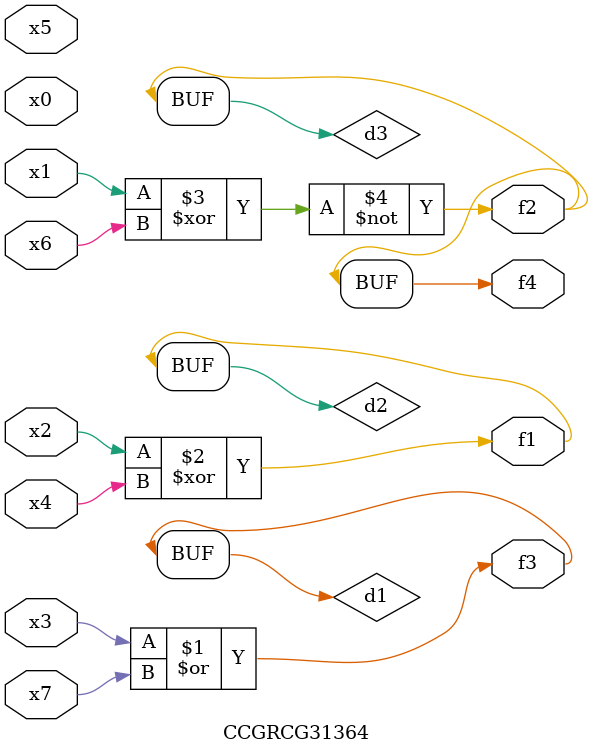
<source format=v>
module CCGRCG31364(
	input x0, x1, x2, x3, x4, x5, x6, x7,
	output f1, f2, f3, f4
);

	wire d1, d2, d3;

	or (d1, x3, x7);
	xor (d2, x2, x4);
	xnor (d3, x1, x6);
	assign f1 = d2;
	assign f2 = d3;
	assign f3 = d1;
	assign f4 = d3;
endmodule

</source>
